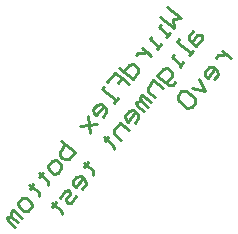
<source format=gbo>
G04*
G04 #@! TF.GenerationSoftware,Altium Limited,Altium Designer,20.1.7 (139)*
G04*
G04 Layer_Color=32896*
%FSLAX43Y43*%
%MOMM*%
G71*
G04*
G04 #@! TF.SameCoordinates,AD239F26-5203-4AEB-AFEB-DC15D5A8AAEF*
G04*
G04*
G04 #@! TF.FilePolarity,Positive*
G04*
G01*
G75*
%ADD10C,0.254*%
D10*
X-31001Y61774D02*
X-29811Y60823D01*
X-30525Y60743D01*
X-30446Y60029D01*
X-31636Y60981D01*
X-30763Y59633D02*
X-31080Y59236D01*
X-30921Y59434D01*
X-31715Y60069D01*
X-31556Y60267D01*
X-31556Y58641D02*
X-31873Y58245D01*
X-31714Y58443D01*
X-32508Y59077D01*
X-32349Y59276D01*
X-33142Y58284D02*
X-32349Y57650D01*
X-32745Y57967D01*
X-33102Y57927D01*
X-33459Y57887D01*
X-33618Y57689D01*
X-35124Y56618D02*
X-33935Y55667D01*
X-33459Y56262D01*
X-33499Y56618D01*
X-33895Y56936D01*
X-34252Y56896D01*
X-34728Y56301D01*
X-36076Y55428D02*
X-35442Y56222D01*
X-34847Y55746D01*
X-35164Y55349D01*
X-34847Y55746D01*
X-34252Y55270D01*
X-35203Y54080D02*
X-35521Y53684D01*
X-35362Y53882D01*
X-36552Y54833D01*
X-36393Y55032D01*
X-36472Y52494D02*
X-36155Y52890D01*
X-36195Y53247D01*
X-36591Y53564D01*
X-36948Y53525D01*
X-37265Y53128D01*
X-37226Y52771D01*
X-37027Y52613D01*
X-36393Y53406D01*
X-37741Y52533D02*
X-37582Y51106D01*
X-37662Y51819D01*
X-38375Y51740D01*
X-36948Y51899D01*
X-40041Y50471D02*
X-38851Y49519D01*
X-39327Y48924D01*
X-39683Y48885D01*
X-39882Y49043D01*
X-40080Y49202D01*
X-40120Y49559D01*
X-39644Y50154D01*
X-39961Y48131D02*
X-40278Y47735D01*
X-40635Y47695D01*
X-41032Y48012D01*
X-41071Y48369D01*
X-40754Y48765D01*
X-40397Y48805D01*
X-40001Y48488D01*
X-39961Y48131D01*
X-41904Y47734D02*
X-41706Y47576D01*
X-41547Y47774D01*
X-41864Y47377D01*
X-41706Y47576D01*
X-41111Y47100D01*
X-41071Y46743D01*
X-42697Y46743D02*
X-42499Y46584D01*
X-42340Y46782D01*
X-42657Y46386D01*
X-42499Y46584D01*
X-41904Y46108D01*
X-41864Y45751D01*
X-42498Y44958D02*
X-42816Y44562D01*
X-43172Y44522D01*
X-43569Y44839D01*
X-43609Y45196D01*
X-43292Y45593D01*
X-42935Y45632D01*
X-42538Y45315D01*
X-42498Y44958D01*
X-43291Y43967D02*
X-44084Y44601D01*
X-44243Y44403D01*
X-44203Y44046D01*
X-43608Y43570D01*
X-44203Y44046D01*
X-44560Y44006D01*
X-44521Y43649D01*
X-43926Y43174D01*
X-28859Y59736D02*
X-29176Y59339D01*
X-29137Y58983D01*
X-28542Y58507D01*
X-28066Y59102D01*
X-28106Y59459D01*
X-28463Y59419D01*
X-28938Y58824D01*
X-28859Y58110D02*
X-29176Y57714D01*
X-29018Y57912D01*
X-30207Y58863D01*
X-30049Y59062D01*
X-29652Y57119D02*
X-29969Y56722D01*
X-29811Y56920D01*
X-30604Y57555D01*
X-30445Y57753D01*
X-30365Y55413D02*
X-30524Y55215D01*
X-30881Y55175D01*
X-31872Y55968D01*
X-31397Y56563D01*
X-31040Y56603D01*
X-30643Y56286D01*
X-30603Y55929D01*
X-31079Y55334D01*
X-31396Y54937D02*
X-32190Y55572D01*
X-32665Y54977D01*
X-32626Y54620D01*
X-32031Y54144D01*
X-32348Y53748D02*
X-33141Y54382D01*
X-33300Y54184D01*
X-33260Y53827D01*
X-32665Y53351D01*
X-33260Y53827D01*
X-33617Y53787D01*
X-33577Y53430D01*
X-32982Y52954D01*
X-33775Y51963D02*
X-33458Y52359D01*
X-33498Y52716D01*
X-33894Y53033D01*
X-34251Y52994D01*
X-34568Y52597D01*
X-34529Y52240D01*
X-34330Y52082D01*
X-33696Y52875D01*
X-34251Y51368D02*
X-35044Y52002D01*
X-35520Y51407D01*
X-35480Y51050D01*
X-34885Y50575D01*
X-36353Y50773D02*
X-36154Y50614D01*
X-35996Y50812D01*
X-36313Y50416D01*
X-36154Y50614D01*
X-35559Y50138D01*
X-35520Y49781D01*
X-38097Y48591D02*
X-37899Y48433D01*
X-37740Y48631D01*
X-38057Y48234D01*
X-37899Y48433D01*
X-37304Y47957D01*
X-37264Y47600D01*
X-38216Y46410D02*
X-37898Y46807D01*
X-37938Y47164D01*
X-38335Y47481D01*
X-38692Y47441D01*
X-39009Y47045D01*
X-38969Y46688D01*
X-38771Y46529D01*
X-38137Y47322D01*
X-38691Y45815D02*
X-39167Y45220D01*
X-39524Y45181D01*
X-39564Y45538D01*
X-39247Y45934D01*
X-39286Y46291D01*
X-39643Y46251D01*
X-40119Y45656D01*
X-40793Y45220D02*
X-40595Y45062D01*
X-40436Y45260D01*
X-40753Y44863D01*
X-40595Y45062D01*
X-40000Y44586D01*
X-39960Y44229D01*
X-26400Y58095D02*
X-25607Y57460D01*
X-26004Y57777D01*
X-26361Y57738D01*
X-26717Y57698D01*
X-26876Y57500D01*
X-27034Y55676D02*
X-26717Y56072D01*
X-26757Y56429D01*
X-27153Y56746D01*
X-27510Y56707D01*
X-27828Y56310D01*
X-27788Y55953D01*
X-27589Y55794D01*
X-26955Y56588D01*
X-28303Y55715D02*
X-27827Y54684D01*
X-28938Y54922D01*
X-29453Y54684D02*
X-29810Y54644D01*
X-30127Y54247D01*
X-30087Y53891D01*
X-29294Y53256D01*
X-28937Y53296D01*
X-28620Y53693D01*
X-28660Y54049D01*
X-29453Y54684D01*
M02*

</source>
